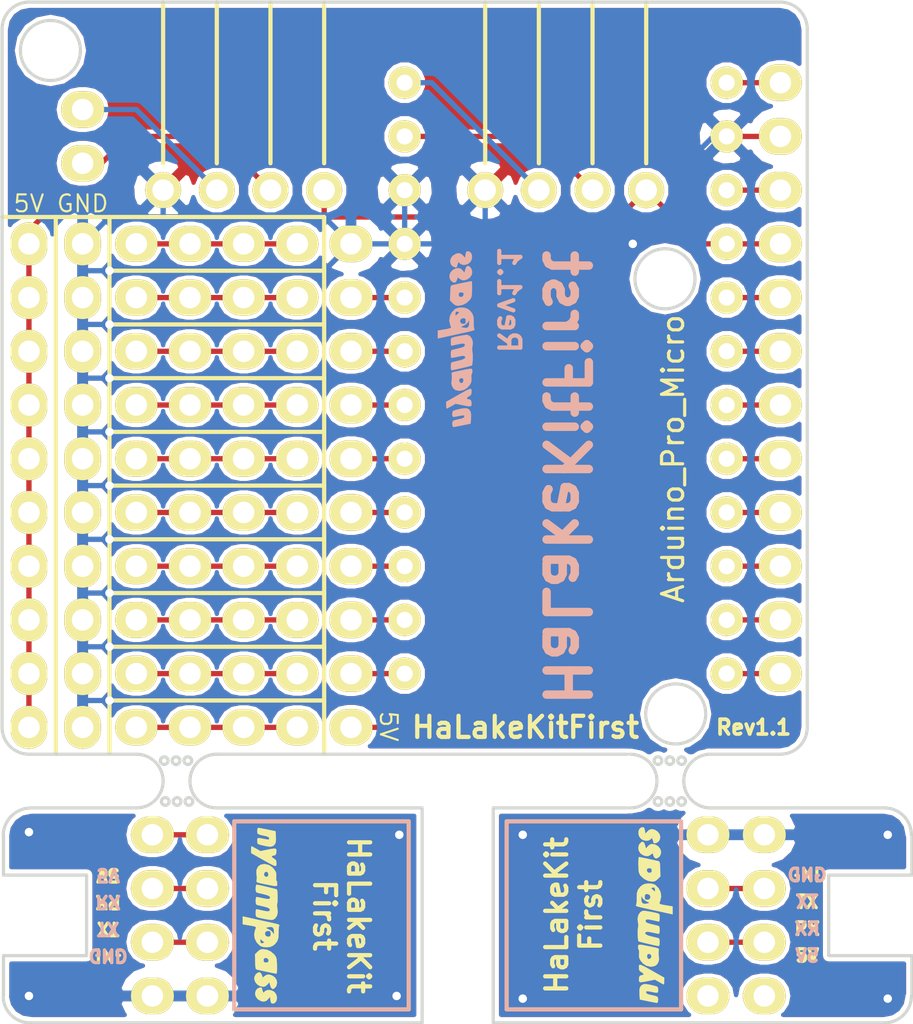
<source format=kicad_pcb>
(kicad_pcb (version 4) (host pcbnew 4.0.5-e0-6337~52~ubuntu16.10.1)
  (title_block (title HaLakeKitFirst) (date 2017-01-19) (rev 1.1) (company Nyampass.co.ltd.))
  (layers (0 F.Cu signal) (31 B.Cu signal) (34 B.Paste user) (35 F.Paste user) (36 B.SilkS user) (37 F.SilkS user) (38 B.Mask user) (39 F.Mask user) (44 Edge.Cuts user))
  (net 0 "")
  (net 1 GND)
  (net 2 +5V)
  (net 3 TXD)
  (net 4 RXD)
  (net 5 2)
  (net 6 3)
  (net 7 4)
  (net 8 5)
  (net 9 6)
  (net 10 7)
  (net 11 8)
  (net 12 9)
  (net 13 "Net-(J26-Pad1)")
  (net 14 "Net-(J26-Pad2)")
  (net 15 A3)
  (net 16 A2)
  (net 17 A1)
  (net 18 A0)
  (net 19 15)
  (net 20 14)
  (net 21 16)
  (net 22 10)
  (net 23 RST)
  (net 24 RAW)
  (net 25 "Net-(J1-Pad1)")
  (net 26 "Net-(J2-Pad1)")
  (net 27 "Net-(J3-Pad1)")
  (net 28 "Net-(J4-Pad1)")
  (net 29 "Net-(J5-Pad1)")
  (net 30 Connector1_GND)
  (net 31 Connector1_TX)
  (net 32 Connector1_RX)
  (net 33 Connector1_5V)
  (net 34 Connector2_5V)
  (net 35 Connector2_RX)
  (net 36 Connector2_TX)
  (net 37 Connector2_GND)
  (net 38 "Net-(J11-Pad1)")
  (net 39 "Net-(J12-Pad1)")
  (net 40 "Net-(J13-Pad1)")
  (net 41 "Net-(J14-Pad1)")
  (net 42 "Net-(J15-Pad1)")
  (module "arduino_pro_micro:Arduino Pro Micro" (layer F.Cu) (at 149.86 106.68)
    (fp_text reference U1 hide)
    (fp_text value Arduino_Pro_Micro (at 5.08 17.78 90) (layer F.SilkS))
    (pad 1 thru_hole circle (at -7.62 0) (size 1.524 1.524) (drill 0.762) (layers *.Cu *.Mask F.SilkS) (net 3 TXD))
    (pad 2 thru_hole circle (at -7.62 2.54) (size 1.524 1.524) (drill 0.762) (layers *.Cu *.Mask F.SilkS) (net 4 RXD))
    (pad 3 thru_hole circle (at -7.62 5.08) (size 1.524 1.524) (drill 0.762) (layers *.Cu *.Mask F.SilkS) (net 1 GND))
    (pad 4 thru_hole circle (at -7.62 7.62) (size 1.524 1.524) (drill 0.762) (layers *.Cu *.Mask F.SilkS) (net 1 GND))
    (pad 5 thru_hole circle (at -7.62 10.16) (size 1.524 1.524) (drill 0.762) (layers *.Cu *.Mask F.SilkS) (net 5 2))
    (pad 6 thru_hole circle (at -7.62 12.7) (size 1.524 1.524) (drill 0.762) (layers *.Cu *.Mask F.SilkS) (net 6 3))
    (pad 7 thru_hole circle (at -7.62 15.24) (size 1.524 1.524) (drill 0.762) (layers *.Cu *.Mask F.SilkS) (net 7 4))
    (pad 8 thru_hole circle (at -7.62 17.78) (size 1.524 1.524) (drill 0.762) (layers *.Cu *.Mask F.SilkS) (net 8 5))
    (pad 9 thru_hole circle (at -7.62 20.32) (size 1.524 1.524) (drill 0.762) (layers *.Cu *.Mask F.SilkS) (net 9 6))
    (pad 10 thru_hole circle (at -7.62 22.86) (size 1.524 1.524) (drill 0.762) (layers *.Cu *.Mask F.SilkS) (net 10 7))
    (pad 11 thru_hole circle (at -7.62 25.4) (size 1.524 1.524) (drill 0.762) (layers *.Cu *.Mask F.SilkS) (net 11 8))
    (pad 12 thru_hole circle (at -7.62 27.94) (size 1.524 1.524) (drill 0.762) (layers *.Cu *.Mask F.SilkS) (net 12 9))
    (pad 13 thru_hole circle (at 7.62 27.94) (size 1.524 1.524) (drill 0.762) (layers *.Cu *.Mask F.SilkS) (net 22 10))
    (pad 14 thru_hole circle (at 7.62 25.4) (size 1.524 1.524) (drill 0.762) (layers *.Cu *.Mask F.SilkS) (net 21 16))
    (pad 15 thru_hole circle (at 7.62 22.86) (size 1.524 1.524) (drill 0.762) (layers *.Cu *.Mask F.SilkS) (net 20 14))
    (pad 16 thru_hole circle (at 7.62 20.32) (size 1.524 1.524) (drill 0.762) (layers *.Cu *.Mask F.SilkS) (net 19 15))
    (pad 17 thru_hole circle (at 7.62 17.78) (size 1.524 1.524) (drill 0.762) (layers *.Cu *.Mask F.SilkS) (net 18 A0))
    (pad 18 thru_hole circle (at 7.62 15.24) (size 1.524 1.524) (drill 0.762) (layers *.Cu *.Mask F.SilkS) (net 17 A1))
    (pad 19 thru_hole circle (at 7.62 12.7) (size 1.524 1.524) (drill 0.762) (layers *.Cu *.Mask F.SilkS) (net 16 A2))
    (pad 20 thru_hole circle (at 7.62 10.16) (size 1.524 1.524) (drill 0.762) (layers *.Cu *.Mask F.SilkS) (net 15 A3))
    (pad 21 thru_hole circle (at 7.62 7.62) (size 1.524 1.524) (drill 0.762) (layers *.Cu *.Mask F.SilkS) (net 2 +5V))
    (pad 22 thru_hole circle (at 7.62 5.08) (size 1.524 1.524) (drill 0.762) (layers *.Cu *.Mask F.SilkS) (net 23 RST))
    (pad 23 thru_hole circle (at 7.62 2.54) (size 1.524 1.524) (drill 0.762) (layers *.Cu *.Mask F.SilkS) (net 1 GND))
    (pad 24 thru_hole circle (at 7.62 0) (size 1.524 1.524) (drill 0.762) (layers *.Cu *.Mask F.SilkS) (net 24 RAW))
  )
  (module logos:nyampass_logo_8p4mm (layer B.Cu) (at 144.6784 118.8212 90)
    (fp_text reference G*** hide)
    (fp_text value LOGO hide)
  )
  (module logos:nyampass_logo_8p4mm (layer F.Cu) (at 154.051 146.05 90)
    (fp_text reference G*** hide)
    (fp_text value LOGO hide)
  )
  (module simple_headers:Pin_Header_Straight_1x02 (layer F.Cu) (at 127 107.95)
    (fp_text reference J26 hide)
    (fp_text value HEADER_2 hide)
    (pad 1 thru_hole oval (at 0 0) (size 2.032 1.7272) (drill 1.016) (layers *.Cu *.Mask F.SilkS) (net 13 "Net-(J26-Pad1)"))
    (pad 2 thru_hole oval (at 0 2.54) (size 2.032 1.7272) (drill 1.016) (layers *.Cu *.Mask F.SilkS) (net 14 "Net-(J26-Pad2)"))
  )
  (module simple_headers:Pin_Header_Straight_1x10 (layer F.Cu) (at 127 137.16 90)
    (fp_text reference J21 hide)
    (fp_text value LINE_10 hide)
    (pad 1 thru_hole oval (at 0 0 90) (size 2.032 1.7272) (drill 1.016) (layers *.Cu *.Mask F.SilkS) (net 1 GND))
    (pad 2 thru_hole oval (at 2.54 0 90) (size 2.032 1.7272) (drill 1.016) (layers *.Cu *.Mask F.SilkS) (net 1 GND))
    (pad 3 thru_hole oval (at 5.08 0 90) (size 2.032 1.7272) (drill 1.016) (layers *.Cu *.Mask F.SilkS) (net 1 GND))
    (pad 4 thru_hole oval (at 7.62 0 90) (size 2.032 1.7272) (drill 1.016) (layers *.Cu *.Mask F.SilkS) (net 1 GND))
    (pad 5 thru_hole oval (at 10.16 0 90) (size 2.032 1.7272) (drill 1.016) (layers *.Cu *.Mask F.SilkS) (net 1 GND))
    (pad 6 thru_hole oval (at 12.7 0 90) (size 2.032 1.7272) (drill 1.016) (layers *.Cu *.Mask F.SilkS) (net 1 GND))
    (pad 7 thru_hole oval (at 15.24 0 90) (size 2.032 1.7272) (drill 1.016) (layers *.Cu *.Mask F.SilkS) (net 1 GND))
    (pad 8 thru_hole oval (at 17.78 0 90) (size 2.032 1.7272) (drill 1.016) (layers *.Cu *.Mask F.SilkS) (net 1 GND))
    (pad 9 thru_hole oval (at 20.32 0 90) (size 2.032 1.7272) (drill 1.016) (layers *.Cu *.Mask F.SilkS) (net 1 GND))
    (pad 10 thru_hole oval (at 22.86 0 90) (size 2.032 1.7272) (drill 1.016) (layers *.Cu *.Mask F.SilkS) (net 1 GND))
  )
  (module simple_headers:Pin_Header_Straight_1x10 (layer F.Cu) (at 124.46 137.16 90)
    (fp_text reference J22 hide)
    (fp_text value LINE_10 hide)
    (pad 1 thru_hole oval (at 0 0 90) (size 2.032 1.7272) (drill 1.016) (layers *.Cu *.Mask F.SilkS) (net 2 +5V))
    (pad 2 thru_hole oval (at 2.54 0 90) (size 2.032 1.7272) (drill 1.016) (layers *.Cu *.Mask F.SilkS) (net 2 +5V))
    (pad 3 thru_hole oval (at 5.08 0 90) (size 2.032 1.7272) (drill 1.016) (layers *.Cu *.Mask F.SilkS) (net 2 +5V))
    (pad 4 thru_hole oval (at 7.62 0 90) (size 2.032 1.7272) (drill 1.016) (layers *.Cu *.Mask F.SilkS) (net 2 +5V))
    (pad 5 thru_hole oval (at 10.16 0 90) (size 2.032 1.7272) (drill 1.016) (layers *.Cu *.Mask F.SilkS) (net 2 +5V))
    (pad 6 thru_hole oval (at 12.7 0 90) (size 2.032 1.7272) (drill 1.016) (layers *.Cu *.Mask F.SilkS) (net 2 +5V))
    (pad 7 thru_hole oval (at 15.24 0 90) (size 2.032 1.7272) (drill 1.016) (layers *.Cu *.Mask F.SilkS) (net 2 +5V))
    (pad 8 thru_hole oval (at 17.78 0 90) (size 2.032 1.7272) (drill 1.016) (layers *.Cu *.Mask F.SilkS) (net 2 +5V))
    (pad 9 thru_hole oval (at 20.32 0 90) (size 2.032 1.7272) (drill 1.016) (layers *.Cu *.Mask F.SilkS) (net 2 +5V))
    (pad 10 thru_hole oval (at 22.86 0 90) (size 2.032 1.7272) (drill 1.016) (layers *.Cu *.Mask F.SilkS) (net 2 +5V))
  )
  (module simple_headers:Pin_Header_Straight_1x12 (layer F.Cu) (at 160.02 106.68)
    (fp_text reference J27 hide)
    (fp_text value HEADER_12 hide)
    (pad 1 thru_hole oval (at 0 0) (size 2.032 1.7272) (drill 1.016) (layers *.Cu *.Mask F.SilkS) (net 24 RAW))
    (pad 2 thru_hole oval (at 0 2.54) (size 2.032 1.7272) (drill 1.016) (layers *.Cu *.Mask F.SilkS) (net 1 GND))
    (pad 3 thru_hole oval (at 0 5.08) (size 2.032 1.7272) (drill 1.016) (layers *.Cu *.Mask F.SilkS) (net 23 RST))
    (pad 4 thru_hole oval (at 0 7.62) (size 2.032 1.7272) (drill 1.016) (layers *.Cu *.Mask F.SilkS) (net 2 +5V))
    (pad 5 thru_hole oval (at 0 10.16) (size 2.032 1.7272) (drill 1.016) (layers *.Cu *.Mask F.SilkS) (net 15 A3))
    (pad 6 thru_hole oval (at 0 12.7) (size 2.032 1.7272) (drill 1.016) (layers *.Cu *.Mask F.SilkS) (net 16 A2))
    (pad 7 thru_hole oval (at 0 15.24) (size 2.032 1.7272) (drill 1.016) (layers *.Cu *.Mask F.SilkS) (net 17 A1))
    (pad 8 thru_hole oval (at 0 17.78) (size 2.032 1.7272) (drill 1.016) (layers *.Cu *.Mask F.SilkS) (net 18 A0))
    (pad 9 thru_hole oval (at 0 20.32) (size 2.032 1.7272) (drill 1.016) (layers *.Cu *.Mask F.SilkS) (net 19 15))
    (pad 10 thru_hole oval (at 0 22.86) (size 2.032 1.7272) (drill 1.016) (layers *.Cu *.Mask F.SilkS) (net 20 14))
    (pad 11 thru_hole oval (at 0 25.4) (size 2.032 1.7272) (drill 1.016) (layers *.Cu *.Mask F.SilkS) (net 21 16))
    (pad 12 thru_hole oval (at 0 27.94) (size 2.032 1.7272) (drill 1.016) (layers *.Cu *.Mask F.SilkS) (net 22 10))
  )
  (module logos:nyampass_logo_8p4mm (layer F.Cu) (at 135.4455 146.05 270)
    (fp_text reference G*** hide)
    (fp_text value LOGO hide)
  )
  (module simple_headers:Pin_Header_Connect_1x04 (layer F.Cu) (at 129.54 114.3 90)
    (fp_text reference J1 hide)
    (fp_text value LINE_4 hide)
    (pad 3 thru_hole oval (at 0 5.08 90) (size 1.7 2) (drill 1.016) (layers *.Cu *.Mask F.SilkS) (net 25 "Net-(J1-Pad1)"))
    (pad 4 thru_hole oval (at 0 7.62 90) (size 1.7 2) (drill 1.016) (layers *.Cu *.Mask F.SilkS) (net 25 "Net-(J1-Pad1)"))
    (pad 1 thru_hole oval (at 0 0 90) (size 1.7 2) (drill 1.016) (layers *.Cu *.Mask F.SilkS) (net 25 "Net-(J1-Pad1)"))
    (pad 2 thru_hole oval (at 0 2.54 90) (size 1.7 2) (drill 1.016) (layers *.Cu *.Mask F.SilkS) (net 25 "Net-(J1-Pad1)"))
  )
  (module simple_headers:Pin_Header_Connect_1x04 (layer F.Cu) (at 129.54 116.84 90)
    (fp_text reference J2 hide)
    (fp_text value LINE_4 hide)
    (pad 2 thru_hole oval (at 0 2.54 90) (size 1.7 2) (drill 1.016) (layers *.Cu *.Mask F.SilkS) (net 26 "Net-(J2-Pad1)"))
    (pad 1 thru_hole oval (at 0 0 90) (size 1.7 2) (drill 1.016) (layers *.Cu *.Mask F.SilkS) (net 26 "Net-(J2-Pad1)"))
    (pad 4 thru_hole oval (at 0 7.62 90) (size 1.7 2) (drill 1.016) (layers *.Cu *.Mask F.SilkS) (net 26 "Net-(J2-Pad1)"))
    (pad 3 thru_hole oval (at 0 5.08 90) (size 1.7 2) (drill 1.016) (layers *.Cu *.Mask F.SilkS) (net 26 "Net-(J2-Pad1)"))
  )
  (module simple_headers:Pin_Header_Connect_1x04 (layer F.Cu) (at 129.54 119.38 90)
    (fp_text reference J3 hide)
    (fp_text value LINE_4 hide)
    (pad 3 thru_hole oval (at 0 5.08 90) (size 1.7 2) (drill 1.016) (layers *.Cu *.Mask F.SilkS) (net 27 "Net-(J3-Pad1)"))
    (pad 4 thru_hole oval (at 0 7.62 90) (size 1.7 2) (drill 1.016) (layers *.Cu *.Mask F.SilkS) (net 27 "Net-(J3-Pad1)"))
    (pad 1 thru_hole oval (at 0 0 90) (size 1.7 2) (drill 1.016) (layers *.Cu *.Mask F.SilkS) (net 27 "Net-(J3-Pad1)"))
    (pad 2 thru_hole oval (at 0 2.54 90) (size 1.7 2) (drill 1.016) (layers *.Cu *.Mask F.SilkS) (net 27 "Net-(J3-Pad1)"))
  )
  (module simple_headers:Pin_Header_Connect_1x04 (layer F.Cu) (at 129.54 132.08 90)
    (fp_text reference J4 hide)
    (fp_text value LINE_4 hide)
    (pad 2 thru_hole oval (at 0 2.54 90) (size 1.7 2) (drill 1.016) (layers *.Cu *.Mask F.SilkS) (net 28 "Net-(J4-Pad1)"))
    (pad 1 thru_hole oval (at 0 0 90) (size 1.7 2) (drill 1.016) (layers *.Cu *.Mask F.SilkS) (net 28 "Net-(J4-Pad1)"))
    (pad 4 thru_hole oval (at 0 7.62 90) (size 1.7 2) (drill 1.016) (layers *.Cu *.Mask F.SilkS) (net 28 "Net-(J4-Pad1)"))
    (pad 3 thru_hole oval (at 0 5.08 90) (size 1.7 2) (drill 1.016) (layers *.Cu *.Mask F.SilkS) (net 28 "Net-(J4-Pad1)"))
  )
  (module simple_headers:Pin_Header_Connect_1x04 (layer F.Cu) (at 129.54 121.92 90)
    (fp_text reference J5 hide)
    (fp_text value LINE_4 hide)
    (pad 3 thru_hole oval (at 0 5.08 90) (size 1.7 2) (drill 1.016) (layers *.Cu *.Mask F.SilkS) (net 29 "Net-(J5-Pad1)"))
    (pad 4 thru_hole oval (at 0 7.62 90) (size 1.7 2) (drill 1.016) (layers *.Cu *.Mask F.SilkS) (net 29 "Net-(J5-Pad1)"))
    (pad 1 thru_hole oval (at 0 0 90) (size 1.7 2) (drill 1.016) (layers *.Cu *.Mask F.SilkS) (net 29 "Net-(J5-Pad1)"))
    (pad 2 thru_hole oval (at 0 2.54 90) (size 1.7 2) (drill 1.016) (layers *.Cu *.Mask F.SilkS) (net 29 "Net-(J5-Pad1)"))
  )
  (module simple_headers:Pin_Header_Straight_1x10 (layer F.Cu) (at 139.7 114.3)
    (fp_text reference J6 hide)
    (fp_text value HEADER_10 hide)
    (pad 1 thru_hole oval (at 0 0) (size 2.032 1.7272) (drill 1.016) (layers *.Cu *.Mask F.SilkS) (net 1 GND))
    (pad 2 thru_hole oval (at 0 2.54) (size 2.032 1.7272) (drill 1.016) (layers *.Cu *.Mask F.SilkS) (net 5 2))
    (pad 3 thru_hole oval (at 0 5.08) (size 2.032 1.7272) (drill 1.016) (layers *.Cu *.Mask F.SilkS) (net 6 3))
    (pad 4 thru_hole oval (at 0 7.62) (size 2.032 1.7272) (drill 1.016) (layers *.Cu *.Mask F.SilkS) (net 7 4))
    (pad 5 thru_hole oval (at 0 10.16) (size 2.032 1.7272) (drill 1.016) (layers *.Cu *.Mask F.SilkS) (net 8 5))
    (pad 6 thru_hole oval (at 0 12.7) (size 2.032 1.7272) (drill 1.016) (layers *.Cu *.Mask F.SilkS) (net 9 6))
    (pad 7 thru_hole oval (at 0 15.24) (size 2.032 1.7272) (drill 1.016) (layers *.Cu *.Mask F.SilkS) (net 10 7))
    (pad 8 thru_hole oval (at 0 17.78) (size 2.032 1.7272) (drill 1.016) (layers *.Cu *.Mask F.SilkS) (net 11 8))
    (pad 9 thru_hole oval (at 0 20.32) (size 2.032 1.7272) (drill 1.016) (layers *.Cu *.Mask F.SilkS) (net 12 9))
    (pad 10 thru_hole oval (at 0 22.86) (size 2.032 1.7272) (drill 1.016) (layers *.Cu *.Mask F.SilkS) (net 2 +5V))
  )
  (module simple_headers:Pin_Header_Straight_1x04 (layer F.Cu) (at 132.9055 142.24)
    (fp_text reference J9 hide)
    (fp_text value Connector_4 hide)
    (pad 2 thru_hole oval (at 0 2.54) (size 2.032 1.7272) (drill 1.016) (layers *.Cu *.Mask F.SilkS) (net 32 Connector1_RX))
    (pad 1 thru_hole oval (at 0 0) (size 2.032 1.7272) (drill 1.016) (layers *.Cu *.Mask F.SilkS) (net 33 Connector1_5V))
    (pad 4 thru_hole oval (at 0 7.62) (size 2.032 1.7272) (drill 1.016) (layers *.Cu *.Mask F.SilkS) (net 30 Connector1_GND))
    (pad 3 thru_hole oval (at 0 5.08) (size 2.032 1.7272) (drill 1.016) (layers *.Cu *.Mask F.SilkS) (net 31 Connector1_TX))
  )
  (module simple_headers:Pin_Header_Straight_1x04 (layer F.Cu) (at 156.591 149.86 180)
    (fp_text reference J10 hide)
    (fp_text value Connector_4 hide)
    (pad 3 thru_hole oval (at 0 5.08 180) (size 2.032 1.7272) (drill 1.016) (layers *.Cu *.Mask F.SilkS) (net 36 Connector2_TX))
    (pad 4 thru_hole oval (at 0 7.62 180) (size 2.032 1.7272) (drill 1.016) (layers *.Cu *.Mask F.SilkS) (net 37 Connector2_GND))
    (pad 1 thru_hole oval (at 0 0 180) (size 2.032 1.7272) (drill 1.016) (layers *.Cu *.Mask F.SilkS) (net 34 Connector2_5V))
    (pad 2 thru_hole oval (at 0 2.54 180) (size 2.032 1.7272) (drill 1.016) (layers *.Cu *.Mask F.SilkS) (net 35 Connector2_RX))
  )
  (module simple_headers:Pin_Header_Connect_1x04 (layer F.Cu) (at 129.54 124.46 90)
    (fp_text reference J11 hide)
    (fp_text value LINE_4 hide)
    (pad 2 thru_hole oval (at 0 2.54 90) (size 1.7 2) (drill 1.016) (layers *.Cu *.Mask F.SilkS) (net 38 "Net-(J11-Pad1)"))
    (pad 1 thru_hole oval (at 0 0 90) (size 1.7 2) (drill 1.016) (layers *.Cu *.Mask F.SilkS) (net 38 "Net-(J11-Pad1)"))
    (pad 4 thru_hole oval (at 0 7.62 90) (size 1.7 2) (drill 1.016) (layers *.Cu *.Mask F.SilkS) (net 38 "Net-(J11-Pad1)"))
    (pad 3 thru_hole oval (at 0 5.08 90) (size 1.7 2) (drill 1.016) (layers *.Cu *.Mask F.SilkS) (net 38 "Net-(J11-Pad1)"))
  )
  (module simple_headers:Pin_Header_Connect_1x04 (layer F.Cu) (at 129.54 127 90)
    (fp_text reference J12 hide)
    (fp_text value LINE_4 hide)
    (pad 3 thru_hole oval (at 0 5.08 90) (size 1.7 2) (drill 1.016) (layers *.Cu *.Mask F.SilkS) (net 39 "Net-(J12-Pad1)"))
    (pad 4 thru_hole oval (at 0 7.62 90) (size 1.7 2) (drill 1.016) (layers *.Cu *.Mask F.SilkS) (net 39 "Net-(J12-Pad1)"))
    (pad 1 thru_hole oval (at 0 0 90) (size 1.7 2) (drill 1.016) (layers *.Cu *.Mask F.SilkS) (net 39 "Net-(J12-Pad1)"))
    (pad 2 thru_hole oval (at 0 2.54 90) (size 1.7 2) (drill 1.016) (layers *.Cu *.Mask F.SilkS) (net 39 "Net-(J12-Pad1)"))
  )
  (module simple_headers:Pin_Header_Connect_1x04 (layer F.Cu) (at 129.54 134.62 90)
    (fp_text reference J13 hide)
    (fp_text value LINE_4 hide)
    (pad 2 thru_hole oval (at 0 2.54 90) (size 1.7 2) (drill 1.016) (layers *.Cu *.Mask F.SilkS) (net 40 "Net-(J13-Pad1)"))
    (pad 1 thru_hole oval (at 0 0 90) (size 1.7 2) (drill 1.016) (layers *.Cu *.Mask F.SilkS) (net 40 "Net-(J13-Pad1)"))
    (pad 4 thru_hole oval (at 0 7.62 90) (size 1.7 2) (drill 1.016) (layers *.Cu *.Mask F.SilkS) (net 40 "Net-(J13-Pad1)"))
    (pad 3 thru_hole oval (at 0 5.08 90) (size 1.7 2) (drill 1.016) (layers *.Cu *.Mask F.SilkS) (net 40 "Net-(J13-Pad1)"))
  )
  (module simple_headers:Pin_Header_Connect_1x04 (layer F.Cu) (at 129.54 129.54 90)
    (fp_text reference J14 hide)
    (fp_text value LINE_4 hide)
    (pad 3 thru_hole oval (at 0 5.08 90) (size 1.7 2) (drill 1.016) (layers *.Cu *.Mask F.SilkS) (net 41 "Net-(J14-Pad1)"))
    (pad 4 thru_hole oval (at 0 7.62 90) (size 1.7 2) (drill 1.016) (layers *.Cu *.Mask F.SilkS) (net 41 "Net-(J14-Pad1)"))
    (pad 1 thru_hole oval (at 0 0 90) (size 1.7 2) (drill 1.016) (layers *.Cu *.Mask F.SilkS) (net 41 "Net-(J14-Pad1)"))
    (pad 2 thru_hole oval (at 0 2.54 90) (size 1.7 2) (drill 1.016) (layers *.Cu *.Mask F.SilkS) (net 41 "Net-(J14-Pad1)"))
  )
  (module simple_headers:Pin_Header_Connect_1x04 (layer F.Cu) (at 129.54 137.16 90)
    (fp_text reference J15 hide)
    (fp_text value LINE_4 hide)
    (pad 2 thru_hole oval (at 0 2.54 90) (size 1.7 2) (drill 1.016) (layers *.Cu *.Mask F.SilkS) (net 42 "Net-(J15-Pad1)"))
    (pad 1 thru_hole oval (at 0 0 90) (size 1.7 2) (drill 1.016) (layers *.Cu *.Mask F.SilkS) (net 42 "Net-(J15-Pad1)"))
    (pad 4 thru_hole oval (at 0 7.62 90) (size 1.7 2) (drill 1.016) (layers *.Cu *.Mask F.SilkS) (net 42 "Net-(J15-Pad1)"))
    (pad 3 thru_hole oval (at 0 5.08 90) (size 1.7 2) (drill 1.016) (layers *.Cu *.Mask F.SilkS) (net 42 "Net-(J15-Pad1)"))
  )
  (module simple_headers:Pin_Header_Circle_1x04 (layer F.Cu) (at 153.67 111.76 270)
    (fp_text reference J24 hide)
    (fp_text value CIRCLES_4 hide)
    (pad 2 thru_hole circle (at 0 2.54 270) (size 1.7 1.7) (drill 1.016) (layers *.Cu *.Mask F.SilkS) (net 4 RXD))
    (pad 1 thru_hole circle (at 0 0 270) (size 1.7 1.7) (drill 1.016) (layers *.Cu *.Mask F.SilkS) (net 2 +5V))
    (pad 4 thru_hole circle (at 0 7.62 270) (size 1.7 1.7) (drill 1.016) (layers *.Cu *.Mask F.SilkS) (net 1 GND))
    (pad 3 thru_hole circle (at 0 5.08 270) (size 1.7 1.7) (drill 1.016) (layers *.Cu *.Mask F.SilkS) (net 3 TXD))
  )
  (module simple_headers:Pin_Header_Circle_1x04 (layer F.Cu) (at 138.43 111.76 270)
    (fp_text reference J28 hide)
    (fp_text value CIRCLES_4 hide)
    (pad 3 thru_hole circle (at 0 5.08 270) (size 1.7 1.7) (drill 1.016) (layers *.Cu *.Mask F.SilkS) (net 13 "Net-(J26-Pad1)"))
    (pad 4 thru_hole circle (at 0 7.62 270) (size 1.7 1.7) (drill 1.016) (layers *.Cu *.Mask F.SilkS) (net 1 GND))
    (pad 1 thru_hole circle (at 0 0 270) (size 1.7 1.7) (drill 1.016) (layers *.Cu *.Mask F.SilkS) (net 2 +5V))
    (pad 2 thru_hole circle (at 0 2.54 270) (size 1.7 1.7) (drill 1.016) (layers *.Cu *.Mask F.SilkS) (net 14 "Net-(J26-Pad2)"))
  )
  (module simple_headers:Pin_Header_Straight_1x04 (layer F.Cu) (at 130.302 142.24)
    (fp_text reference J7 hide)
    (fp_text value Connector_4 hide)
    (pad 3 thru_hole oval (at 0 5.08) (size 2.032 1.7272) (drill 1.016) (layers *.Cu *.Mask F.SilkS) (net 31 Connector1_TX))
    (pad 4 thru_hole oval (at 0 7.62) (size 2.032 1.7272) (drill 1.016) (layers *.Cu *.Mask F.SilkS) (net 30 Connector1_GND))
    (pad 1 thru_hole oval (at 0 0) (size 2.032 1.7272) (drill 1.016) (layers *.Cu *.Mask F.SilkS) (net 33 Connector1_5V))
    (pad 2 thru_hole oval (at 0 2.54) (size 2.032 1.7272) (drill 1.016) (layers *.Cu *.Mask F.SilkS) (net 32 Connector1_RX))
  )
  (module simple_headers:Pin_Header_Straight_1x04 (layer F.Cu) (at 159.258 149.86 180)
    (fp_text reference J8 hide)
    (fp_text value Connector_4 hide)
    (pad 3 thru_hole oval (at 0 5.08 180) (size 2.032 1.7272) (drill 1.016) (layers *.Cu *.Mask F.SilkS) (net 36 Connector2_TX))
    (pad 4 thru_hole oval (at 0 7.62 180) (size 2.032 1.7272) (drill 1.016) (layers *.Cu *.Mask F.SilkS) (net 37 Connector2_GND))
    (pad 1 thru_hole oval (at 0 0 180) (size 2.032 1.7272) (drill 1.016) (layers *.Cu *.Mask F.SilkS) (net 34 Connector2_5V))
    (pad 2 thru_hole oval (at 0 2.54 180) (size 2.032 1.7272) (drill 1.016) (layers *.Cu *.Mask F.SilkS) (net 35 Connector2_RX))
  )
  (gr_circle (center 155.067 136.525) (end 156.337 135.89) (layer Edge.Cuts) (width 0.15))
  (gr_circle (center 154.559 115.951) (end 155.829 115.316) (layer Edge.Cuts) (width 0.15))
  (gr_circle (center 125.476 105.156) (end 126.746 104.521) (layer Edge.Cuts) (width 0.15))
  (gr_text Rev1.1 (at 147.1676 116.9416 270) (layer B.SilkS) (effects (font (size 1 1) (thickness 0.2)) (justify mirror)))
  (gr_text HaLakeKitFirst (at 149.86 125.3744 270) (layer B.SilkS) (effects (font (size 2 2) (thickness 0.4)) (justify mirror)))
  (gr_circle (center 155.3464 138.7348) (end 155.448 138.8872) (layer Edge.Cuts) (width 0.15))
  (gr_circle (center 154.7876 140.6652) (end 154.8892 140.8176) (layer Edge.Cuts) (width 0.15))
  (gr_circle (center 155.3464 140.6652) (end 155.448 140.8176) (layer Edge.Cuts) (width 0.15))
  (gr_circle (center 154.7876 138.7348) (end 154.8892 138.8872) (layer Edge.Cuts) (width 0.15))
  (gr_circle (center 154.2288 138.7348) (end 154.3304 138.8872) (layer Edge.Cuts) (width 0.15))
  (gr_circle (center 132.0292 140.6652) (end 132.1308 140.8176) (layer Edge.Cuts) (width 0.15))
  (gr_circle (center 154.2288 140.6652) (end 154.3304 140.8176) (layer Edge.Cuts) (width 0.15))
  (gr_circle (center 131.4704 140.6652) (end 131.572 140.8176) (layer Edge.Cuts) (width 0.15))
  (gr_circle (center 131.4196 138.7348) (end 131.5212 138.8872) (layer Edge.Cuts) (width 0.15))
  (gr_circle (center 131.9784 138.7348) (end 132.08 138.8872) (layer Edge.Cuts) (width 0.15))
  (gr_circle (center 130.9116 140.6652) (end 131.0132 140.8176) (layer Edge.Cuts) (width 0.15))
  (gr_circle (center 130.8608 138.7348) (end 131.0132 138.8364) (layer Edge.Cuts) (width 0.15))
  (gr_arc (start 164.9476 149.86) (end 166.2176 149.86) (angle 90) (layer Edge.Cuts) (width 0.15))
  (gr_arc (start 164.9476 142.24) (end 164.9476 140.97) (angle 90) (layer Edge.Cuts) (width 0.15))
  (gr_arc (start 124.5616 142.2908) (end 123.2408 142.2908) (angle 90) (layer Edge.Cuts) (width 0.15))
  (gr_arc (start 124.5108 149.86) (end 124.5616 151.13) (angle 90) (layer Edge.Cuts) (width 0.15))
  (gr_arc (start 129.54 139.7) (end 130.81 139.7) (angle 90) (layer Edge.Cuts) (width 0.15))
  (gr_arc (start 129.54 139.7) (end 129.54 138.43) (angle 90) (layer Edge.Cuts) (width 0.15))
  (gr_arc (start 133.35 139.7) (end 133.35 140.97) (angle 90) (layer Edge.Cuts) (width 0.15))
  (gr_arc (start 133.35 139.7) (end 132.08 139.7) (angle 90) (layer Edge.Cuts) (width 0.15))
  (gr_arc (start 124.46 137.16) (end 124.46 138.43) (angle 90) (layer Edge.Cuts) (width 0.15))
  (gr_arc (start 124.46 104.14) (end 123.19 104.14) (angle 90) (layer Edge.Cuts) (width 0.15))
  (gr_arc (start 160.02 104.14) (end 160.02 102.87) (angle 90) (layer Edge.Cuts) (width 0.15))
  (gr_arc (start 160.02 137.16) (end 161.29 137.16) (angle 90) (layer Edge.Cuts) (width 0.15))
  (gr_arc (start 156.718 139.7) (end 156.718 140.97) (angle 90) (layer Edge.Cuts) (width 0.15))
  (gr_arc (start 156.718 139.7) (end 155.448 139.7) (angle 90) (layer Edge.Cuts) (width 0.15))
  (gr_arc (start 152.908 139.7) (end 152.908 138.43) (angle 90) (layer Edge.Cuts) (width 0.15))
  (gr_arc (start 152.908 139.7) (end 154.178 139.7) (angle 90) (layer Edge.Cuts) (width 0.15))
  (gr_line (start 133.2865 138.43) (end 152.781 138.43) (angle 90) (layer Edge.Cuts) (width 0.15))
  (gr_line (start 133.35 140.97) (end 143.0655 140.97) (angle 90) (layer Edge.Cuts) (width 0.15))
  (gr_line (start 146.431 151.13) (end 164.973 151.13) (angle 90) (layer Edge.Cuts) (width 0.15))
  (gr_line (start 164.973 140.97) (end 156.591 140.97) (angle 90) (layer Edge.Cuts) (width 0.15))
  (gr_line (start 156.591 138.43) (end 160.02 138.43) (angle 90) (layer Edge.Cuts) (width 0.15))
  (gr_line (start 146.431 140.97) (end 152.781 140.97) (angle 90) (layer Edge.Cuts) (width 0.15))
  (gr_line (start 124.46 138.43) (end 129.54 138.43) (angle 90) (layer Edge.Cuts) (width 0.15))
  (gr_line (start 124.587 140.97) (end 129.54 140.97) (angle 90) (layer Edge.Cuts) (width 0.15))
  (gr_line (start 124.5235 151.13) (end 143.0655 151.13) (angle 90) (layer Edge.Cuts) (width 0.15))
  (gr_line (start 162.306 144.145) (end 162.306 147.955) (angle 90) (layer Edge.Cuts) (width 0.15))
  (gr_line (start 166.243 142.24) (end 166.243 144.145) (angle 90) (layer Edge.Cuts) (width 0.15))
  (gr_line (start 166.243 147.955) (end 166.243 149.86) (angle 90) (layer Edge.Cuts) (width 0.15))
  (gr_line (start 162.306 144.145) (end 166.243 144.145) (angle 90) (layer Edge.Cuts) (width 0.15))
  (gr_line (start 162.306 147.955) (end 166.243 147.955) (angle 90) (layer Edge.Cuts) (width 0.15))
  (gr_line (start 127.1905 144.145) (end 123.2535 144.145) (angle 90) (layer Edge.Cuts) (width 0.15))
  (gr_line (start 127.1905 147.955) (end 123.2535 147.955) (angle 90) (layer Edge.Cuts) (width 0.15))
  (gr_text "HaLakeKit\nFirst" (at 150.241 146.05 90) (layer F.SilkS) (effects (font (size 1 1) (thickness 0.2))))
  (gr_line (start 146.431 151.13) (end 146.431 140.97) (angle 90) (layer Edge.Cuts) (width 0.15))
  (gr_line (start 147.066 141.605) (end 155.321 141.605) (angle 90) (layer B.SilkS) (width 0.2))
  (gr_line (start 155.321 141.605) (end 155.321 150.495) (angle 90) (layer B.SilkS) (width 0.2))
  (gr_line (start 155.321 150.495) (end 147.066 150.495) (angle 90) (layer B.SilkS) (width 0.2))
  (gr_line (start 147.066 150.495) (end 147.066 141.605) (angle 90) (layer B.SilkS) (width 0.2))
  (gr_text GND (at 161.29 144.145) (layer B.SilkS) (effects (font (size 0.6 0.6)) (justify mirror)))
  (gr_text TX (at 161.29 145.415) (layer B.SilkS) (effects (font (size 0.6 0.6)) (justify mirror)))
  (gr_text RX (at 161.29 146.685) (layer B.SilkS) (effects (font (size 0.6 0.6)) (justify mirror)))
  (gr_text 5V (at 161.29 147.955) (layer B.SilkS) (effects (font (size 0.6 0.6)) (justify mirror)))
  (gr_text 5V (at 161.29 147.955) (layer F.SilkS) (effects (font (size 0.6 0.6))))
  (gr_text GND (at 161.29 144.145) (layer F.SilkS) (effects (font (size 0.6 0.6))))
  (gr_text TX (at 161.29 145.415) (layer F.SilkS) (effects (font (size 0.6 0.6))))
  (gr_text RX (at 161.29 146.685) (layer F.SilkS) (effects (font (size 0.6 0.6))))
  (gr_text RX (at 128.2065 145.415 180) (layer F.SilkS) (effects (font (size 0.6 0.6))))
  (gr_text TX (at 128.2065 146.685 180) (layer F.SilkS) (effects (font (size 0.6 0.6))))
  (gr_text GND (at 128.2065 147.955 180) (layer F.SilkS) (effects (font (size 0.6 0.6))))
  (gr_text 5V (at 128.2065 144.145 180) (layer F.SilkS) (effects (font (size 0.6 0.6))))
  (gr_text 5V (at 128.2065 144.145 180) (layer B.SilkS) (effects (font (size 0.6 0.6)) (justify mirror)))
  (gr_text RX (at 128.2065 145.415 180) (layer B.SilkS) (effects (font (size 0.6 0.6)) (justify mirror)))
  (gr_text TX (at 128.2065 146.685 180) (layer B.SilkS) (effects (font (size 0.6 0.6)) (justify mirror)))
  (gr_text GND (at 128.2065 147.955 180) (layer B.SilkS) (effects (font (size 0.6 0.6)) (justify mirror)))
  (gr_line (start 142.4305 141.605) (end 142.4305 150.495) (angle 90) (layer B.SilkS) (width 0.2))
  (gr_line (start 134.1755 141.605) (end 142.4305 141.605) (angle 90) (layer B.SilkS) (width 0.2))
  (gr_line (start 134.1755 150.495) (end 134.1755 141.605) (angle 90) (layer B.SilkS) (width 0.2))
  (gr_line (start 142.4305 150.495) (end 134.1755 150.495) (angle 90) (layer B.SilkS) (width 0.2))
  (gr_line (start 123.2535 144.145) (end 123.2535 142.24) (angle 90) (layer Edge.Cuts) (width 0.15))
  (gr_line (start 123.2535 149.86) (end 123.2535 147.955) (angle 90) (layer Edge.Cuts) (width 0.15))
  (gr_line (start 127.1905 147.955) (end 127.1905 144.145) (angle 90) (layer Edge.Cuts) (width 0.15))
  (gr_line (start 143.0655 140.97) (end 143.0655 151.13) (angle 90) (layer Edge.Cuts) (width 0.15))
  (gr_line (start 146.05 110.49) (end 146.05 102.87) (angle 90) (layer F.SilkS) (width 0.2))
  (gr_line (start 148.59 110.49) (end 148.59 102.87) (angle 90) (layer F.SilkS) (width 0.2))
  (gr_line (start 151.13 110.49) (end 151.13 102.87) (angle 90) (layer F.SilkS) (width 0.2))
  (gr_line (start 153.67 102.87) (end 153.67 110.49) (angle 90) (layer F.SilkS) (width 0.2))
  (gr_line (start 138.43 102.87) (end 138.43 110.49) (angle 90) (layer F.SilkS) (width 0.2))
  (gr_line (start 135.89 110.49) (end 135.89 102.87) (angle 90) (layer F.SilkS) (width 0.2))
  (gr_line (start 133.35 110.49) (end 133.35 102.87) (angle 90) (layer F.SilkS) (width 0.2))
  (gr_line (start 130.81 110.49) (end 130.81 102.87) (angle 90) (layer F.SilkS) (width 0.2))
  (gr_line (start 128.27 115.57) (end 138.43 115.57) (angle 90) (layer F.SilkS) (width 0.2))
  (gr_line (start 128.27 118.11) (end 138.43 118.11) (angle 90) (layer F.SilkS) (width 0.2))
  (gr_line (start 128.27 120.65) (end 138.43 120.65) (angle 90) (layer F.SilkS) (width 0.2))
  (gr_line (start 128.27 123.19) (end 138.43 123.19) (angle 90) (layer F.SilkS) (width 0.2))
  (gr_line (start 128.27 125.73) (end 138.43 125.73) (angle 90) (layer F.SilkS) (width 0.2))
  (gr_line (start 128.27 128.27) (end 138.43 128.27) (angle 90) (layer F.SilkS) (width 0.2))
  (gr_line (start 128.27 130.81) (end 138.43 130.81) (angle 90) (layer F.SilkS) (width 0.2))
  (gr_line (start 128.27 133.35) (end 138.43 133.35) (angle 90) (layer F.SilkS) (width 0.2))
  (gr_line (start 128.27 135.89) (end 138.43 135.89) (angle 90) (layer F.SilkS) (width 0.2))
  (gr_line (start 128.27 113.03) (end 128.27 138.43) (angle 90) (layer F.SilkS) (width 0.2))
  (gr_line (start 123.19 113.03) (end 138.43 113.03) (angle 90) (layer F.SilkS) (width 0.2))
  (gr_line (start 125.73 138.43) (end 125.73 113.03) (angle 90) (layer F.SilkS) (width 0.2))
  (gr_line (start 138.43 113.03) (end 138.43 138.43) (angle 90) (layer F.SilkS) (width 0.2))
  (gr_line (start 123.19 137.16) (end 123.19 104.14) (angle 90) (layer Edge.Cuts) (width 0.15))
  (gr_line (start 161.29 104.14) (end 161.29 137.16) (angle 90) (layer Edge.Cuts) (width 0.15))
  (gr_line (start 124.46 102.87) (end 160.02 102.87) (angle 90) (layer Edge.Cuts) (width 0.15))
  (gr_text "HaLakeKit\nFirst" (at 139.2555 146.05 270) (layer F.SilkS) (effects (font (size 1 1) (thickness 0.2))))
  (gr_text Rev1.1 (at 158.75 137.16) (layer F.SilkS) (effects (font (size 0.7 0.7) (thickness 0.175))))
  (gr_text HaLakeKitFirst (at 147.955 137.16) (layer F.SilkS) (effects (font (size 1 1) (thickness 0.2))))
  (gr_text 5V (at 141.478 137.1092 270) (layer F.SilkS) (effects (font (size 0.8 0.8) (thickness 0.1))))
  (gr_text 5V (at 124.46 137.16) (layer F.SilkS) (effects (font (size 0.8 0.8) (thickness 0.1))))
  (gr_text GND (at 127 112.395) (layer F.SilkS) (effects (font (size 0.8 0.8) (thickness 0.1))))
  (gr_text 5V (at 124.46 112.395) (layer F.SilkS) (effects (font (size 0.8 0.8) (thickness 0.1))))
  (segment (start 127 115.57) (end 128.27 115.57) (width 0.25) (layer B.Cu) (net 1))
  (via (at 128.27 115.57) (size 0.6) (drill 0.4) (layers F.Cu B.Cu) (net 1))
  (segment (start 127 118.11) (end 128.27 118.11) (width 0.25) (layer B.Cu) (net 1))
  (via (at 128.27 118.11) (size 0.6) (drill 0.4) (layers F.Cu B.Cu) (net 1))
  (segment (start 127 120.65) (end 128.27 120.65) (width 0.25) (layer B.Cu) (net 1))
  (via (at 128.27 120.65) (size 0.6) (drill 0.4) (layers F.Cu B.Cu) (net 1))
  (segment (start 127 123.19) (end 128.27 123.19) (width 0.25) (layer B.Cu) (net 1))
  (via (at 128.27 123.19) (size 0.6) (drill 0.4) (layers F.Cu B.Cu) (net 1))
  (segment (start 127 128.27) (end 128.27 128.27) (width 0.25) (layer B.Cu) (net 1))
  (segment (start 128.27 128.27) (end 128.27 128.397) (width 0.25) (layer F.Cu) (net 1))
  (via (at 128.27 128.27) (size 0.6) (drill 0.4) (layers F.Cu B.Cu) (net 1))
  (segment (start 127 130.81) (end 128.27 130.81) (width 0.25) (layer B.Cu) (net 1))
  (segment (start 128.27 130.81) (end 128.397 130.81) (width 0.25) (layer F.Cu) (net 1))
  (via (at 128.27 130.81) (size 0.6) (drill 0.4) (layers F.Cu B.Cu) (net 1))
  (segment (start 128.27 125.73) (end 128.27 125.603) (width 0.25) (layer F.Cu) (net 1))
  (via (at 128.27 125.73) (size 0.6) (drill 0.4) (layers F.Cu B.Cu) (net 1))
  (segment (start 127 125.73) (end 128.27 125.73) (width 0.25) (layer B.Cu) (net 1))
  (segment (start 127 125.73) (end 127 127) (width 0.25) (layer B.Cu) (net 1))
  (segment (start 127 133.35) (end 128.27 133.35) (width 0.25) (layer B.Cu) (net 1))
  (via (at 128.27 133.35) (size 0.6) (drill 0.4) (layers F.Cu B.Cu) (net 1))
  (via (at 128.27 135.89) (size 0.6) (drill 0.4) (layers F.Cu B.Cu) (net 1))
  (segment (start 127 135.89) (end 128.27 135.89) (width 0.25) (layer B.Cu) (net 1))
  (segment (start 142.24 111.76) (end 142.24 114.3) (width 0.25) (layer B.Cu) (net 1))
  (segment (start 139.7 114.3) (end 138.43 115.57) (width 0.25) (layer F.Cu) (net 1))
  (segment (start 139.7 114.3) (end 138.43 115.57) (width 0.25) (layer B.Cu) (net 1))
  (via (at 153.035 114.3) (size 0.6) (drill 0.4) (layers F.Cu B.Cu) (net 1))
  (segment (start 127 114.3) (end 127 115.57) (width 0.25) (layer B.Cu) (net 1))
  (segment (start 127 115.57) (end 127 116.84) (width 0.25) (layer B.Cu) (net 1))
  (segment (start 127 116.84) (end 127 118.11) (width 0.25) (layer B.Cu) (net 1))
  (segment (start 127 118.11) (end 127 119.38) (width 0.25) (layer B.Cu) (net 1))
  (segment (start 127 119.38) (end 127 120.65) (width 0.25) (layer B.Cu) (net 1))
  (segment (start 127 120.65) (end 127 121.92) (width 0.25) (layer B.Cu) (net 1))
  (segment (start 127 121.92) (end 127 123.19) (width 0.25) (layer B.Cu) (net 1))
  (segment (start 127 123.19) (end 127 124.46) (width 0.25) (layer B.Cu) (net 1))
  (segment (start 127 124.46) (end 127 125.73) (width 0.25) (layer B.Cu) (net 1))
  (segment (start 127 127) (end 127 128.27) (width 0.25) (layer B.Cu) (net 1))
  (segment (start 127 128.27) (end 127 129.54) (width 0.25) (layer B.Cu) (net 1))
  (segment (start 127 129.54) (end 127 130.81) (width 0.25) (layer B.Cu) (net 1))
  (segment (start 127 130.81) (end 127 132.08) (width 0.25) (layer B.Cu) (net 1))
  (segment (start 127 132.08) (end 127 133.35) (width 0.25) (layer B.Cu) (net 1))
  (segment (start 127 133.35) (end 127 134.62) (width 0.25) (layer B.Cu) (net 1))
  (segment (start 127 134.62) (end 127 135.89) (width 0.25) (layer B.Cu) (net 1))
  (segment (start 127 135.89) (end 127 137.16) (width 0.25) (layer B.Cu) (net 1))
  (segment (start 130.81 111.76) (end 130.81 113.03) (width 0.25) (layer B.Cu) (net 1))
  (segment (start 139.7 114.3) (end 138.43 113.03) (width 0.25) (layer B.Cu) (net 1))
  (segment (start 128.27 113.03) (end 127 114.3) (width 0.25) (layer B.Cu) (net 1))
  (segment (start 138.43 113.03) (end 130.81 113.03) (width 0.25) (layer B.Cu) (net 1))
  (segment (start 130.81 113.03) (end 128.27 113.03) (width 0.25) (layer B.Cu) (net 1))
  (segment (start 146.05 111.76) (end 146.05 114.3) (width 0.25) (layer B.Cu) (net 1))
  (segment (start 157.48 109.22) (end 156.845 109.22) (width 0.25) (layer B.Cu) (net 1))
  (segment (start 156.845 109.22) (end 155.575 110.49) (width 0.25) (layer B.Cu) (net 1))
  (segment (start 153.035 114.3) (end 146.05 114.3) (width 0.25) (layer B.Cu) (net 1))
  (segment (start 146.05 114.3) (end 139.7 114.3) (width 0.25) (layer B.Cu) (net 1))
  (segment (start 155.575 111.76) (end 153.035 114.3) (width 0.25) (layer B.Cu) (net 1))
  (segment (start 155.575 110.49) (end 155.575 111.76) (width 0.25) (layer B.Cu) (net 1))
  (segment (start 157.48 109.22) (end 160.02 109.22) (width 0.25) (layer F.Cu) (net 1))
  (segment (start 124.46 114.3) (end 124.46 116.84) (width 0.25) (layer F.Cu) (net 2))
  (segment (start 124.46 116.84) (end 124.46 119.38) (width 0.25) (layer F.Cu) (net 2))
  (segment (start 124.46 119.38) (end 124.46 121.92) (width 0.25) (layer F.Cu) (net 2))
  (segment (start 124.46 121.92) (end 124.46 124.46) (width 0.25) (layer F.Cu) (net 2))
  (segment (start 124.46 124.46) (end 124.46 127) (width 0.25) (layer F.Cu) (net 2))
  (segment (start 124.46 127) (end 124.46 129.54) (width 0.25) (layer F.Cu) (net 2))
  (segment (start 124.46 129.54) (end 124.46 132.08) (width 0.25) (layer F.Cu) (net 2))
  (segment (start 124.46 132.08) (end 124.46 134.62) (width 0.25) (layer F.Cu) (net 2))
  (segment (start 124.46 134.62) (end 124.46 137.16) (width 0.25) (layer F.Cu) (net 2))
  (segment (start 124.46 114.3) (end 124.46 113.665) (width 0.25) (layer F.Cu) (net 2))
  (segment (start 124.46 113.665) (end 125.73 112.395) (width 0.25) (layer F.Cu) (net 2))
  (segment (start 125.73 112.395) (end 128.27 112.395) (width 0.25) (layer F.Cu) (net 2))
  (segment (start 128.27 112.395) (end 128.905 113.03) (width 0.25) (layer F.Cu) (net 2))
  (segment (start 128.905 113.03) (end 138.43 113.03) (width 0.25) (layer F.Cu) (net 2))
  (segment (start 145.415 113.665) (end 145.415 133.985) (width 0.25) (layer F.Cu) (net 2))
  (segment (start 142.24 137.16) (end 139.7 137.16) (width 0.25) (layer F.Cu) (net 2))
  (segment (start 145.415 133.985) (end 142.24 137.16) (width 0.25) (layer F.Cu) (net 2))
  (segment (start 153.67 111.76) (end 151.765 113.665) (width 0.25) (layer F.Cu) (net 2))
  (segment (start 138.43 113.03) (end 138.43 111.76) (width 0.25) (layer F.Cu) (net 2))
  (segment (start 144.78 113.03) (end 138.43 113.03) (width 0.25) (layer F.Cu) (net 2))
  (segment (start 145.415 113.665) (end 144.78 113.03) (width 0.25) (layer F.Cu) (net 2))
  (segment (start 151.765 113.665) (end 145.415 113.665) (width 0.25) (layer F.Cu) (net 2))
  (segment (start 157.48 114.3) (end 156.21 114.3) (width 0.25) (layer F.Cu) (net 2))
  (segment (start 156.21 114.3) (end 153.67 111.76) (width 0.25) (layer F.Cu) (net 2))
  (segment (start 157.48 114.3) (end 160.02 114.3) (width 0.25) (layer F.Cu) (net 2))
  (segment (start 142.24 106.68) (end 143.51 106.68) (width 0.25) (layer B.Cu) (net 3))
  (segment (start 143.51 106.68) (end 148.59 111.76) (width 0.25) (layer B.Cu) (net 3))
  (segment (start 142.24 106.68) (end 142.494 106.68) (width 0.25) (layer B.Cu) (net 3))
  (segment (start 142.24 109.22) (end 148.59 109.22) (width 0.25) (layer F.Cu) (net 4))
  (segment (start 148.59 109.22) (end 151.13 111.76) (width 0.25) (layer F.Cu) (net 4))
  (segment (start 142.24 109.22) (end 142.748 109.22) (width 0.25) (layer F.Cu) (net 4))
  (segment (start 139.7 116.84) (end 142.24 116.84) (width 0.25) (layer F.Cu) (net 5))
  (segment (start 139.7 119.38) (end 142.24 119.38) (width 0.25) (layer F.Cu) (net 6))
  (segment (start 139.7 121.92) (end 142.24 121.92) (width 0.25) (layer F.Cu) (net 7))
  (segment (start 139.7 124.46) (end 142.24 124.46) (width 0.25) (layer F.Cu) (net 8))
  (segment (start 139.7 127) (end 142.24 127) (width 0.25) (layer F.Cu) (net 9))
  (segment (start 139.7 129.54) (end 142.24 129.54) (width 0.25) (layer F.Cu) (net 10))
  (segment (start 139.7 132.08) (end 142.24 132.08) (width 0.25) (layer F.Cu) (net 11))
  (segment (start 139.7 134.62) (end 142.24 134.62) (width 0.25) (layer F.Cu) (net 12))
  (segment (start 127 107.95) (end 129.54 107.95) (width 0.25) (layer B.Cu) (net 13))
  (segment (start 129.54 107.95) (end 133.35 111.76) (width 0.25) (layer B.Cu) (net 13))
  (segment (start 127 110.49) (end 127.889 110.49) (width 0.25) (layer F.Cu) (net 14))
  (segment (start 127.889 110.49) (end 129.159 109.22) (width 0.25) (layer F.Cu) (net 14))
  (segment (start 129.159 109.22) (end 133.35 109.22) (width 0.25) (layer F.Cu) (net 14))
  (segment (start 133.35 109.22) (end 135.89 111.76) (width 0.25) (layer F.Cu) (net 14))
  (segment (start 157.48 116.84) (end 160.02 116.84) (width 0.25) (layer F.Cu) (net 15))
  (segment (start 157.48 119.38) (end 160.02 119.38) (width 0.25) (layer F.Cu) (net 16))
  (segment (start 157.48 121.92) (end 160.02 121.92) (width 0.25) (layer F.Cu) (net 17))
  (segment (start 157.48 124.46) (end 160.02 124.46) (width 0.25) (layer F.Cu) (net 18))
  (segment (start 157.48 127) (end 160.02 127) (width 0.25) (layer F.Cu) (net 19))
  (segment (start 157.48 129.54) (end 160.02 129.54) (width 0.25) (layer F.Cu) (net 20))
  (segment (start 157.48 132.08) (end 160.02 132.08) (width 0.25) (layer F.Cu) (net 21))
  (segment (start 157.48 134.62) (end 160.02 134.62) (width 0.25) (layer F.Cu) (net 22))
  (segment (start 157.48 111.76) (end 160.02 111.76) (width 0.25) (layer F.Cu) (net 23))
  (segment (start 157.48 106.68) (end 160.02 106.68) (width 0.25) (layer F.Cu) (net 24))
  (segment (start 129.54 114.3) (end 132.08 114.3) (width 0.25) (layer F.Cu) (net 25))
  (segment (start 132.08 114.3) (end 134.62 114.3) (width 0.25) (layer F.Cu) (net 25))
  (segment (start 134.62 114.3) (end 137.16 114.3) (width 0.25) (layer F.Cu) (net 25))
  (segment (start 129.54 116.84) (end 132.08 116.84) (width 0.25) (layer F.Cu) (net 26))
  (segment (start 132.08 116.84) (end 134.62 116.84) (width 0.25) (layer F.Cu) (net 26))
  (segment (start 134.62 116.84) (end 137.16 116.84) (width 0.25) (layer F.Cu) (net 26))
  (segment (start 129.54 119.38) (end 132.08 119.38) (width 0.25) (layer F.Cu) (net 27))
  (segment (start 132.08 119.38) (end 134.62 119.38) (width 0.25) (layer F.Cu) (net 27))
  (segment (start 134.62 119.38) (end 137.16 119.38) (width 0.25) (layer F.Cu) (net 27))
  (segment (start 129.54 132.08) (end 132.08 132.08) (width 0.25) (layer F.Cu) (net 28))
  (segment (start 132.08 132.08) (end 134.62 132.08) (width 0.25) (layer F.Cu) (net 28))
  (segment (start 134.62 132.08) (end 137.16 132.08) (width 0.25) (layer F.Cu) (net 28))
  (segment (start 129.54 121.92) (end 132.08 121.92) (width 0.25) (layer F.Cu) (net 29))
  (segment (start 132.08 121.92) (end 134.62 121.92) (width 0.25) (layer F.Cu) (net 29))
  (segment (start 134.62 121.92) (end 137.16 121.92) (width 0.25) (layer F.Cu) (net 29))
  (segment (start 128.524 149.86) (end 124.46 149.86) (width 0.25) (layer F.Cu) (net 30))
  (via (at 124.46 149.86) (size 0.6) (drill 0.4) (layers F.Cu B.Cu) (net 30))
  (segment (start 128.524 149.86) (end 128.524 142.24) (width 0.25) (layer F.Cu) (net 30))
  (via (at 124.46 142.113) (size 0.6) (drill 0.4) (layers F.Cu B.Cu) (net 30))
  (segment (start 128.397 142.113) (end 124.46 142.113) (width 0.25) (layer F.Cu) (net 30))
  (segment (start 128.524 142.24) (end 128.397 142.113) (width 0.25) (layer F.Cu) (net 30))
  (segment (start 130.302 149.86) (end 128.524 149.86) (width 0.25) (layer F.Cu) (net 30))
  (segment (start 132.9055 149.86) (end 141.859 149.86) (width 0.25) (layer F.Cu) (net 30))
  (via (at 141.986 142.24) (size 0.6) (drill 0.4) (layers F.Cu B.Cu) (net 30))
  (segment (start 141.986 149.733) (end 141.986 142.24) (width 0.25) (layer B.Cu) (net 30))
  (segment (start 141.859 149.86) (end 141.986 149.733) (width 0.25) (layer B.Cu) (net 30))
  (via (at 141.859 149.86) (size 0.6) (drill 0.4) (layers F.Cu B.Cu) (net 30))
  (segment (start 130.302 149.86) (end 132.9055 149.86) (width 0.25) (layer F.Cu) (net 30))
  (segment (start 132.9055 149.86) (end 132.2705 149.86) (width 0.25) (layer F.Cu) (net 30))
  (segment (start 130.302 147.32) (end 132.9055 147.32) (width 0.25) (layer F.Cu) (net 31))
  (segment (start 130.302 144.78) (end 132.9055 144.78) (width 0.25) (layer F.Cu) (net 32))
  (segment (start 130.302 142.24) (end 132.9055 142.24) (width 0.25) (layer F.Cu) (net 33))
  (segment (start 132.9055 142.24) (end 132.2705 142.24) (width 0.25) (layer F.Cu) (net 33))
  (segment (start 156.591 149.86) (end 157.226 149.86) (width 0.25) (layer F.Cu) (net 34))
  (segment (start 156.591 147.32) (end 159.258 147.32) (width 0.25) (layer F.Cu) (net 35))
  (segment (start 156.591 144.78) (end 159.258 144.78) (width 0.25) (layer F.Cu) (net 36))
  (segment (start 156.591 142.24) (end 147.828 142.24) (width 0.25) (layer B.Cu) (net 37))
  (via (at 147.828 149.987) (size 0.6) (drill 0.4) (layers F.Cu B.Cu) (net 37))
  (segment (start 147.828 142.24) (end 147.828 149.987) (width 0.25) (layer F.Cu) (net 37))
  (via (at 147.828 142.24) (size 0.6) (drill 0.4) (layers F.Cu B.Cu) (net 37))
  (segment (start 161.29 142.24) (end 161.29 149.86) (width 0.25) (layer F.Cu) (net 37))
  (segment (start 165.1 149.987) (end 164.973 149.987) (width 0.25) (layer B.Cu) (net 37))
  (via (at 165.1 149.987) (size 0.6) (drill 0.4) (layers F.Cu B.Cu) (net 37))
  (segment (start 161.417 149.987) (end 165.1 149.987) (width 0.25) (layer F.Cu) (net 37))
  (segment (start 161.29 149.86) (end 161.417 149.987) (width 0.25) (layer F.Cu) (net 37))
  (segment (start 159.258 142.24) (end 161.29 142.24) (width 0.25) (layer F.Cu) (net 37))
  (segment (start 161.29 142.24) (end 165.1 142.24) (width 0.25) (layer F.Cu) (net 37))
  (segment (start 165.1 142.24) (end 165.1 142.367) (width 0.25) (layer B.Cu) (net 37))
  (via (at 165.1 142.24) (size 0.6) (drill 0.4) (layers F.Cu B.Cu) (net 37))
  (segment (start 156.591 142.24) (end 159.258 142.24) (width 0.25) (layer F.Cu) (net 37))
  (segment (start 156.591 142.24) (end 157.226 142.24) (width 0.25) (layer F.Cu) (net 37))
  (segment (start 129.54 124.46) (end 132.08 124.46) (width 0.25) (layer F.Cu) (net 38))
  (segment (start 132.08 124.46) (end 134.62 124.46) (width 0.25) (layer F.Cu) (net 38))
  (segment (start 134.62 124.46) (end 137.16 124.46) (width 0.25) (layer F.Cu) (net 38))
  (segment (start 129.54 127) (end 132.08 127) (width 0.25) (layer F.Cu) (net 39))
  (segment (start 132.08 127) (end 134.62 127) (width 0.25) (layer F.Cu) (net 39))
  (segment (start 134.62 127) (end 137.16 127) (width 0.25) (layer F.Cu) (net 39))
  (segment (start 129.54 134.62) (end 132.08 134.62) (width 0.25) (layer F.Cu) (net 40))
  (segment (start 132.08 134.62) (end 134.62 134.62) (width 0.25) (layer F.Cu) (net 40))
  (segment (start 134.62 134.62) (end 137.16 134.62) (width 0.25) (layer F.Cu) (net 40))
  (segment (start 129.54 129.54) (end 132.08 129.54) (width 0.25) (layer F.Cu) (net 41))
  (segment (start 132.08 129.54) (end 134.62 129.54) (width 0.25) (layer F.Cu) (net 41))
  (segment (start 134.62 129.54) (end 137.16 129.54) (width 0.25) (layer F.Cu) (net 41))
  (segment (start 129.54 137.16) (end 132.08 137.16) (width 0.25) (layer F.Cu) (net 42))
  (segment (start 132.08 137.16) (end 134.62 137.16) (width 0.25) (layer F.Cu) (net 42))
  (segment (start 134.62 137.16) (end 137.16 137.16) (width 0.25) (layer F.Cu) (net 42))
  (zone (net 1) (net_name GND) (layer F.Cu) (connect_pads (clearance 0.2)) (min_thickness 0.2) (fill yes (arc_segments 16) (thermal_gap 0.508) (thermal_bridge_width 0.508))
    (polygon (pts (xy 123.19 102.87) (xy 123.19 138.43) (xy 161.29 138.43) (xy 161.29 102.87)))
  )
  (zone (net 1) (net_name GND) (layer B.Cu) (connect_pads (clearance 0.2)) (min_thickness 0.2) (fill yes (arc_segments 16) (thermal_gap 0.508) (thermal_bridge_width 0.508))
    (polygon (pts (xy 161.29 102.87) (xy 161.29 138.43) (xy 123.19 138.43) (xy 123.19 102.87)))
  )
  (zone (net 30) (net_name Connector1_GND) (layer F.Cu) (connect_pads (clearance 0.2)) (min_thickness 0.2) (fill yes (arc_segments 16) (thermal_gap 0.508) (thermal_bridge_width 0.508))
    (polygon (pts (xy 143.002 151.13) (xy 123.19 151.13) (xy 123.19 140.97) (xy 143.002 140.97)))
  )
  (zone (net 30) (net_name Connector1_GND) (layer B.Cu) (connect_pads (clearance 0.2)) (min_thickness 0.2) (fill yes (arc_segments 16) (thermal_gap 0.508) (thermal_bridge_width 0.508))
    (polygon (pts (xy 123.19 140.97) (xy 123.19 151.13) (xy 143.002 151.13) (xy 143.002 140.97)))
  )
  (zone (net 37) (net_name Connector2_GND) (layer B.Cu) (connect_pads (clearance 0.2)) (min_thickness 0.2) (fill yes (arc_segments 16) (thermal_gap 0.508) (thermal_bridge_width 0.508))
    (polygon (pts (xy 166.116 151.13) (xy 146.304 151.13) (xy 146.304 140.97) (xy 166.116 140.97)))
  )
  (zone (net 37) (net_name Connector2_GND) (layer F.Cu) (connect_pads (clearance 0.2)) (min_thickness 0.2) (fill yes (arc_segments 16) (thermal_gap 0.508) (thermal_bridge_width 0.508))
    (polygon (pts (xy 166.116 151.13) (xy 146.304 151.13) (xy 146.304 140.97) (xy 166.116 140.97)))
  )
)
</source>
